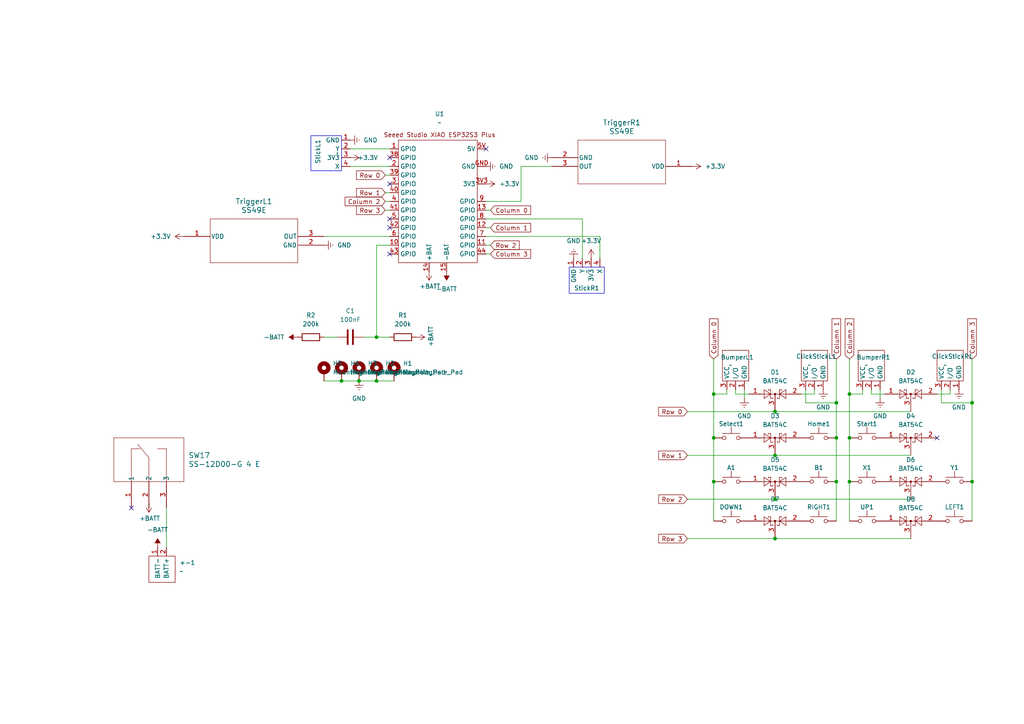
<source format=kicad_sch>
(kicad_sch (version 20250114) (generator "eeschema") (generator_version "9.0")
  (paper "A4")
  (lib_symbols
    (symbol "Device:C" (pin_numbers (hide yes)) (pin_names (offset 0.254))
      (property "Reference" "C" (at 0.635 2.54 0))
      (property "Value" "C" (at 0.635 -2.54 0))
      (symbol "C_0_1"
        (polyline (pts (xy -2.032 0.762) (xy 2.032 0.762)) (stroke (width 0.508)))
        (polyline (pts (xy -2.032 -0.762) (xy 2.032 -0.762)) (stroke (width 0.508)))
      )
      (symbol "C_1_1"
        (pin passive line (at 0 3.81 270) (length 2.794) (name "~") (number "1"))
        (pin passive line (at 0 -3.81 90) (length 2.794) (name "~") (number "2"))
      )
    )
    (symbol "Device:R" (pin_numbers (hide yes)) (pin_names (offset 0))
      (property "Reference" "R" (at 2.032 0 90))
      (property "Value" "R" (at 0 0 90))
      (symbol "R_0_1"
        (rectangle (start -1.016 -2.54) (end 1.016 2.54) (stroke (width 0.254)))
      )
      (symbol "R_1_1"
        (pin passive line (at 0 3.81 270) (length 1.27) (name "~") (number "1"))
        (pin passive line (at 0 -3.81 90) (length 1.27) (name "~") (number "2"))
      )
    )
    (symbol "Diode:BAT54C" (pin_names (offset 1.016))
      (property "Reference" "D" (at 0.635 -3.81 0))
      (property "Value" "BAT54C" (at -6.35 3.175 0))
      (symbol "BAT54C_0_1"
        (polyline (pts (xy -3.175 -1.27) (xy -3.175 1.27) (xy -1.27 0) (xy -3.175 -1.27)))
        (polyline (pts (xy -1.905 1.27) (xy -1.905 1.016)))
        (polyline (pts (xy -1.905 0) (xy 1.905 0)))
        (polyline (pts (xy -1.27 1.27) (xy -1.905 1.27)))
        (polyline (pts (xy -1.27 1.27) (xy -1.27 -1.27)))
        (polyline (pts (xy -1.27 0) (xy -3.81 0)))
        (polyline (pts (xy -1.27 -1.27) (xy -0.635 -1.27)))
        (polyline (pts (xy -0.635 -1.27) (xy -0.635 -1.016)))
        (circle (center 0 0) (radius 0.254) (fill (type outline)))
        (polyline (pts (xy 0.635 -1.27) (xy 0.635 -1.016)))
        (polyline (pts (xy 1.27 1.27) (xy 1.27 -1.27)))
        (polyline (pts (xy 1.27 1.27) (xy 1.905 1.27)))
        (polyline (pts (xy 1.27 -1.27) (xy 0.635 -1.27)))
        (polyline (pts (xy 1.905 1.27) (xy 1.905 1.016)))
        (polyline (pts (xy 3.175 -1.27) (xy 3.175 1.27) (xy 1.27 0) (xy 3.175 -1.27)))
        (polyline (pts (xy 3.81 0) (xy 1.27 0)))
      )
      (symbol "BAT54C_1_1"
        (pin passive line (at -7.62 0 0) (length 3.81) (name "~") (number "1"))
        (pin passive line (at 0 -5.08 90) (length 5.08) (name "~") (number "3"))
        (pin passive line (at 7.62 0 180) (length 3.81) (name "~") (number "2"))
      )
    )
    (symbol "Lib_controller:3DS_stick"
      (property "Reference" "S" (at 0 8.89 0))
      (symbol "3DS_stick_1_1"
        (pin output line (at -3.81 0 90) (length 2.54) (name "X") (number "4"))
        (pin output line (at -1.27 0 90) (length 2.54) (name "3V3") (number "3"))
        (pin output line (at 1.27 0 90) (length 2.54) (name "Y") (number "2"))
        (pin output line (at 3.81 0 90) (length 2.54) (name "GND") (number "1"))
      )
    )
    (symbol "Lib_controller:Battery_connection"
      (property "Reference" "U" (at 0 7.366 0))
      (symbol "Battery_connection_0_1"
        (rectangle (start -3.81 -2.54) (end 3.81 -10.16))
      )
      (symbol "Battery_connection_1_1"
        (pin power_out line (at -1.27 0 270) (length 2.54) (name "BATT-") (number "1"))
        (pin power_out line (at 1.27 0 270) (length 2.54) (name "BATT+") (number "2"))
      )
    )
    (symbol "Lib_controller:Capacitive_touch_sensor"
      (property "Reference" "SW" (at 0 1.27 0))
      (symbol "Capacitive_touch_sensor_0_1"
        (rectangle (start -3.81 3.81) (end 3.81 -5.08))
      )
      (symbol "Capacitive_touch_sensor_1_1"
        (pin power_in line (at -2.54 -7.62 90) (length 2.54) (name "VCC") (number "3"))
        (pin output line (at 0 -7.62 90) (length 2.54) (name "I/O") (number "2"))
        (pin power_in line (at 2.54 -7.62 90) (length 2.54) (name "GND") (number "1"))
      )
    )
    (symbol "Lib_controller:KAILH-MINI-SILENT-SWITCH" (pin_numbers (hide yes)) (pin_names (offset 1.016) (hide yes))
      (property "Reference" "SW" (at 1.27 2.54 0))
      (property "Value" "KAILH-MINI-SILENT-SWITCH" (at 0 -1.524 0))
      (symbol "KAILH-MINI-SILENT-SWITCH_0_1"
        (circle (center -2.032 0) (radius 0.508))
        (polyline (pts (xy 0 1.27) (xy 0 3.048)))
        (circle (center 2.032 0) (radius 0.508))
        (polyline (pts (xy 2.54 1.27) (xy -2.54 1.27)))
      )
      (symbol "KAILH-MINI-SILENT-SWITCH_1_1"
        (pin passive line (at -5.08 0 0) (length 2.54) (name "1") (number "1"))
        (pin passive line (at 5.08 0 180) (length 2.54) (name "2") (number "2"))
      )
    )
    (symbol "Lib_controller:SS-12D00-G_4_E" (pin_names (offset 0.254))
      (property "Reference" "SW" (at 15.24 12.7 0))
      (property "Value" "SS-12D00-G 4 E" (at 40.64 7.62 0))
      (symbol "SS-12D00-G_4_E_0_1"
        (polyline (pts (xy 7.62 5.08) (xy 7.62 -15.24)) (stroke (width 0.127)))
        (polyline (pts (xy 7.62 0) (xy 17.145 0)) (stroke (width 0.127)))
        (polyline (pts (xy 7.62 -5.08) (xy 14.605 -5.08)) (stroke (width 0.127)))
        (polyline (pts (xy 7.62 -10.16) (xy 17.145 -10.16)) (stroke (width 0.127)))
        (polyline (pts (xy 7.62 -15.24) (xy 20.32 -15.24)) (stroke (width 0.127)))
        (polyline (pts (xy 14.605 -5.08) (xy 18.415 -1.905)) (stroke (width 0.127)))
        (polyline (pts (xy 17.145 -2.54) (xy 17.145 0)) (stroke (width 0.127)))
        (polyline (pts (xy 17.145 -7.62) (xy 17.145 -10.16)) (stroke (width 0.127)))
        (polyline (pts (xy 20.32 5.08) (xy 7.62 5.08)) (stroke (width 0.127)))
        (polyline (pts (xy 20.32 -15.24) (xy 20.32 5.08)) (stroke (width 0.127)))
        (pin unspecified line (at 0 0 0) (length 7.62) (name "1") (number "1"))
        (pin unspecified line (at 0 -5.08 0) (length 7.62) (name "2") (number "2"))
        (pin unspecified line (at 0 -10.16 0) (length 7.62) (name "3") (number "3"))
      )
    )
    (symbol "Lib_controller:SS49E" (pin_names (offset 0.254))
      (property "Reference" "U" (at 20.32 10.16 0))
      (property "Value" "SS49E" (at 20.32 7.62 0))
      (symbol "SS49E_0_1"
        (polyline (pts (xy 7.62 5.08) (xy 7.62 -7.62)) (stroke (width 0.127)))
        (polyline (pts (xy 7.62 -7.62) (xy 33.02 -7.62)) (stroke (width 0.127)))
        (polyline (pts (xy 33.02 5.08) (xy 7.62 5.08)) (stroke (width 0.127)))
        (polyline (pts (xy 33.02 -7.62) (xy 33.02 5.08)) (stroke (width 0.127)))
      )
      (symbol "SS49E_1_1"
        (pin input line (at 0 0 0) (length 7.62) (name "VDD") (number "1"))
        (pin output line (at 40.64 0 180) (length 7.62) (name "OUT") (number "3"))
        (pin output line (at 40.64 -2.54 180) (length 7.62) (name "GND") (number "2"))
      )
    )
    (symbol "Lib_controller:Seeed_Studio_XIAO_ESP32S3_Plus"
      (property "Reference" "U" (at 0 5.842 0))
      (symbol "Seeed_Studio_XIAO_ESP32S3_Plus_0_1"
        (rectangle (start -11.43 0) (end 11.43 -35.56))
      )
      (symbol "Seeed_Studio_XIAO_ESP32S3_Plus_1_1"
        (text "Seeed Studio XIAO ESP32S3 Plus" (at 0.508 1.524 0) (effects (font (size 1.27 1.27))))
        (pin bidirectional line (at -13.97 -2.54 0) (length 2.54) (name "GPIO") (number "1"))
        (pin bidirectional line (at -13.97 -5.08 0) (length 2.54) (name "GPIO") (number "38"))
        (pin bidirectional line (at -13.97 -7.62 0) (length 2.54) (name "GPIO") (number "2"))
        (pin bidirectional line (at -13.97 -10.16 0) (length 2.54) (name "GPIO") (number "39"))
        (pin bidirectional line (at -13.97 -12.7 0) (length 2.54) (name "GPIO") (number "3"))
        (pin bidirectional line (at -13.97 -15.24 0) (length 2.54) (name "GPIO") (number "40"))
        (pin bidirectional line (at -13.97 -17.78 0) (length 2.54) (name "GPIO") (number "4"))
        (pin bidirectional line (at -13.97 -20.32 0) (length 2.54) (name "GPIO") (number "41"))
        (pin bidirectional line (at -13.97 -22.86 0) (length 2.54) (name "GPIO") (number "5"))
        (pin bidirectional line (at -13.97 -25.4 0) (length 2.54) (name "GPIO") (number "42"))
        (pin bidirectional line (at -13.97 -27.94 0) (length 2.54) (name "GPIO") (number "6"))
        (pin bidirectional line (at -13.97 -30.48 0) (length 2.54) (name "GPIO") (number "10"))
        (pin bidirectional line (at -13.97 -33.02 0) (length 2.54) (name "GPIO") (number "43"))
        (pin power_in line (at -2.54 -38.1 90) (length 2.54) (name "+BAT") (number "14"))
        (pin power_in line (at 2.54 -38.1 90) (length 2.54) (name "-BAT") (number "15"))
        (pin power_out line (at 13.97 -2.54 180) (length 2.54) (name "5V") (number "5V"))
        (pin power_out line (at 13.97 -7.62 180) (length 2.54) (name "GND") (number "GND"))
        (pin power_out line (at 13.97 -12.7 180) (length 2.54) (name "3V3") (number "3V3"))
        (pin bidirectional line (at 13.97 -17.78 180) (length 2.54) (name "GPIO") (number "9"))
        (pin bidirectional line (at 13.97 -20.32 180) (length 2.54) (name "GPIO") (number "13"))
        (pin bidirectional line (at 13.97 -22.86 180) (length 2.54) (name "GPIO") (number "8"))
        (pin bidirectional line (at 13.97 -25.4 180) (length 2.54) (name "GPIO") (number "12"))
        (pin bidirectional line (at 13.97 -27.94 180) (length 2.54) (name "GPIO") (number "7"))
        (pin bidirectional line (at 13.97 -30.48 180) (length 2.54) (name "GPIO") (number "11"))
        (pin bidirectional line (at 13.97 -33.02 180) (length 2.54) (name "GPIO") (number "44"))
      )
    )
    (symbol "Mechanical:MountingHole_Pad" (pin_numbers (hide yes)) (pin_names (offset 1.016) (hide yes)) (in_bom no)
      (property "Reference" "H" (at 0 6.35 0))
      (property "Value" "MountingHole_Pad" (at 0 4.445 0))
      (symbol "MountingHole_Pad_0_1"
        (circle (center 0 1.27) (radius 1.27) (stroke (width 1.27)))
      )
      (symbol "MountingHole_Pad_1_1"
        (pin input line (at 0 -2.54 90) (length 2.54) (name "1") (number "1"))
      )
    )
    (symbol "power:+3.3V" (power) (pin_numbers (hide yes)) (pin_names (offset 0) (hide yes))
      (property "Value" "+3.3V" (at 0 3.556 0))
      (symbol "+3.3V_0_1"
        (polyline (pts (xy -0.762 1.27) (xy 0 2.54)))
        (polyline (pts (xy 0 2.54) (xy 0.762 1.27)))
        (polyline (pts (xy 0 0) (xy 0 2.54)))
      )
      (symbol "+3.3V_1_1"
        (pin power_in line (at 0 0 90) (length 0) (name "~") (number "1"))
      )
    )
    (symbol "power:+BATT" (power) (pin_numbers (hide yes)) (pin_names (offset 0) (hide yes))
      (property "Value" "+BATT" (at 0 3.556 0))
      (symbol "+BATT_0_1"
        (polyline (pts (xy -0.762 1.27) (xy 0 2.54)))
        (polyline (pts (xy 0 2.54) (xy 0.762 1.27)))
        (polyline (pts (xy 0 0) (xy 0 2.54)))
      )
      (symbol "+BATT_1_1"
        (pin power_in line (at 0 0 90) (length 0) (name "~") (number "1"))
      )
    )
    (symbol "power:-BATT" (power) (pin_numbers (hide yes)) (pin_names (offset 0) (hide yes))
      (property "Value" "-BATT" (at 0 3.556 0))
      (symbol "-BATT_0_1"
        (polyline (pts (xy 0 0) (xy 0 2.54)))
        (polyline (pts (xy 0.762 1.27) (xy -0.762 1.27) (xy 0 2.54) (xy 0.762 1.27)) (fill (type outline)))
      )
      (symbol "-BATT_1_1"
        (pin power_in line (at 0 0 90) (length 0) (name "~") (number "1"))
      )
    )
    (symbol "power:Earth" (power) (pin_numbers (hide yes)) (pin_names (offset 0) (hide yes))
      (property "Value" "Earth" (at 0 -3.81 0))
      (symbol "Earth_0_1"
        (polyline (pts (xy -0.635 -1.905) (xy 0.635 -1.905)))
        (polyline (pts (xy -0.127 -2.54) (xy 0.127 -2.54)))
        (polyline (pts (xy 0 -1.27) (xy 0 0)))
        (polyline (pts (xy 1.27 -1.27) (xy -1.27 -1.27)))
      )
      (symbol "Earth_1_1"
        (pin power_in line (at 0 0 270) (length 0) (name "~") (number "1"))
      )
    )
  )
  (rectangle (start 90.17 39.37) (end 99.06 49.53))
  (rectangle (start 165.1 77.47) (end 175.26 85.09))
  (junction (at 207.01 127))
  (junction (at 242.57 127))
  (junction (at 224.79 119.38))
  (junction (at 242.57 139.7))
  (junction (at 246.38 139.7))
  (junction (at 104.14 110.49))
  (junction (at 224.79 144.78))
  (junction (at 242.57 116.84))
  (junction (at 281.94 116.84))
  (junction (at 246.38 114.3))
  (junction (at 224.79 132.08))
  (junction (at 281.94 139.7))
  (junction (at 109.22 110.49))
  (junction (at 246.38 127))
  (junction (at 99.06 110.49))
  (junction (at 207.01 139.7))
  (junction (at 224.79 156.21))
  (junction (at 207.01 114.3))
  (junction (at 109.22 97.79))
  (no_connect (at 113.03 66.04))
  (no_connect (at 113.03 63.5))
  (no_connect (at 140.97 43.18))
  (no_connect (at 271.78 127))
  (no_connect (at 38.1 147.32))
  (no_connect (at 113.03 53.34))
  (no_connect (at 113.03 73.66))
  (no_connect (at 113.03 45.72))
  (wire (pts (xy 199.39 119.38) (xy 224.79 119.38)))
  (wire (pts (xy 275.59 114.3) (xy 275.59 113.03)))
  (wire (pts (xy 109.22 71.12) (xy 109.22 97.79)))
  (wire (pts (xy 151.13 48.26) (xy 160.02 48.26)))
  (wire (pts (xy 224.79 156.21) (xy 264.16 156.21)))
  (wire (pts (xy 168.91 74.93) (xy 168.91 63.5)))
  (wire (pts (xy 210.82 114.3) (xy 207.01 114.3)))
  (wire (pts (xy 142.24 60.96) (xy 140.97 60.96)))
  (wire (pts (xy 199.39 144.78) (xy 224.79 144.78)))
  (wire (pts (xy 93.98 110.49) (xy 99.06 110.49)))
  (wire (pts (xy 99.06 110.49) (xy 104.14 110.49)))
  (wire (pts (xy 111.76 60.96) (xy 113.03 60.96)))
  (wire (pts (xy 224.79 144.78) (xy 264.16 144.78)))
  (wire (pts (xy 199.39 132.08) (xy 224.79 132.08)))
  (wire (pts (xy 242.57 139.7) (xy 242.57 151.13)))
  (wire (pts (xy 109.22 110.49) (xy 114.3 110.49)))
  (wire (pts (xy 142.24 73.66) (xy 140.97 73.66)))
  (wire (pts (xy 215.9 115.57) (xy 215.9 113.03)))
  (wire (pts (xy 246.38 104.14) (xy 246.38 114.3)))
  (wire (pts (xy 273.05 116.84) (xy 281.94 116.84)))
  (wire (pts (xy 101.6 43.18) (xy 113.03 43.18)))
  (wire (pts (xy 246.38 139.7) (xy 246.38 151.13)))
  (wire (pts (xy 255.27 115.57) (xy 255.27 113.03)))
  (wire (pts (xy 246.38 127) (xy 246.38 139.7)))
  (wire (pts (xy 250.19 113.03) (xy 250.19 114.3)))
  (wire (pts (xy 232.41 114.3) (xy 236.22 114.3)))
  (wire (pts (xy 210.82 113.03) (xy 210.82 114.3)))
  (wire (pts (xy 224.79 132.08) (xy 264.16 132.08)))
  (wire (pts (xy 233.68 116.84) (xy 242.57 116.84)))
  (wire (pts (xy 111.76 58.42) (xy 113.03 58.42)))
  (wire (pts (xy 252.73 113.03) (xy 252.73 114.3)))
  (wire (pts (xy 246.38 114.3) (xy 246.38 127)))
  (wire (pts (xy 217.17 114.3) (xy 213.36 114.3)))
  (wire (pts (xy 105.41 97.79) (xy 109.22 97.79)))
  (wire (pts (xy 271.78 114.3) (xy 275.59 114.3)))
  (wire (pts (xy 101.6 48.26) (xy 113.03 48.26)))
  (wire (pts (xy 224.79 119.38) (xy 264.16 119.38)))
  (wire (pts (xy 207.01 139.7) (xy 207.01 151.13)))
  (wire (pts (xy 140.97 63.5) (xy 168.91 63.5)))
  (wire (pts (xy 236.22 114.3) (xy 236.22 113.03)))
  (wire (pts (xy 281.94 139.7) (xy 281.94 151.13)))
  (wire (pts (xy 93.98 97.79) (xy 97.79 97.79)))
  (wire (pts (xy 207.01 114.3) (xy 207.01 127)))
  (wire (pts (xy 252.73 114.3) (xy 256.54 114.3)))
  (wire (pts (xy 281.94 116.84) (xy 281.94 139.7)))
  (wire (pts (xy 213.36 114.3) (xy 213.36 113.03)))
  (wire (pts (xy 140.97 68.58) (xy 173.99 68.58)))
  (wire (pts (xy 93.98 68.58) (xy 113.03 68.58)))
  (wire (pts (xy 273.05 113.03) (xy 273.05 116.84)))
  (wire (pts (xy 111.76 55.88) (xy 113.03 55.88)))
  (wire (pts (xy 111.76 50.8) (xy 113.03 50.8)))
  (wire (pts (xy 233.68 113.03) (xy 233.68 116.84)))
  (wire (pts (xy 207.01 127) (xy 207.01 139.7)))
  (wire (pts (xy 250.19 114.3) (xy 246.38 114.3)))
  (wire (pts (xy 242.57 104.14) (xy 242.57 116.84)))
  (wire (pts (xy 207.01 104.14) (xy 207.01 114.3)))
  (wire (pts (xy 142.24 71.12) (xy 140.97 71.12)))
  (wire (pts (xy 113.03 97.79) (xy 109.22 97.79)))
  (wire (pts (xy 151.13 48.26) (xy 151.13 58.42)))
  (wire (pts (xy 151.13 58.42) (xy 140.97 58.42)))
  (wire (pts (xy 173.99 68.58) (xy 173.99 74.93)))
  (wire (pts (xy 48.26 147.32) (xy 48.26 158.75)))
  (wire (pts (xy 281.94 104.14) (xy 281.94 116.84)))
  (wire (pts (xy 242.57 116.84) (xy 242.57 127)))
  (wire (pts (xy 142.24 66.04) (xy 140.97 66.04)))
  (wire (pts (xy 242.57 127) (xy 242.57 139.7)))
  (wire (pts (xy 43.18 147.32) (xy 43.18 146.05)))
  (wire (pts (xy 104.14 110.49) (xy 109.22 110.49)))
  (wire (pts (xy 199.39 156.21) (xy 224.79 156.21)))
  (wire (pts (xy 109.22 71.12) (xy 113.03 71.12)))
  (global_label "Column 0" (shape input) (at 142.24 60.96 0) (property "Intersheetrefs" "${INTERSHEET_REFS}" (effects (hide yes))))
  (global_label "Row 0" (shape input) (at 111.76 50.8 180) (property "Intersheetrefs" "${INTERSHEET_REFS}" (effects (hide yes))))
  (global_label "Row 0" (shape input) (at 199.39 119.38 180) (property "Intersheetrefs" "${INTERSHEET_REFS}" (effects (hide yes))))
  (global_label "Column 2" (shape input) (at 111.76 58.42 180) (property "Intersheetrefs" "${INTERSHEET_REFS}" (effects (hide yes))))
  (global_label "Column 2" (shape input) (at 246.38 104.14 90) (property "Intersheetrefs" "${INTERSHEET_REFS}" (effects (hide yes))))
  (global_label "Column 1" (shape input) (at 242.57 104.14 90) (property "Intersheetrefs" "${INTERSHEET_REFS}" (effects (hide yes))))
  (global_label "Row 1" (shape input) (at 111.76 55.88 180) (property "Intersheetrefs" "${INTERSHEET_REFS}" (effects (hide yes))))
  (global_label "Row 1" (shape input) (at 199.39 132.08 180) (property "Intersheetrefs" "${INTERSHEET_REFS}" (effects (hide yes))))
  (global_label "Row 2" (shape input) (at 199.39 144.78 180) (property "Intersheetrefs" "${INTERSHEET_REFS}" (effects (hide yes))))
  (global_label "Row 3" (shape input) (at 199.39 156.21 180) (property "Intersheetrefs" "${INTERSHEET_REFS}" (effects (hide yes))))
  (global_label "Row 2" (shape input) (at 142.24 71.12 0) (property "Intersheetrefs" "${INTERSHEET_REFS}" (effects (hide yes))))
  (global_label "Row 3" (shape input) (at 111.76 60.96 180) (property "Intersheetrefs" "${INTERSHEET_REFS}" (effects (hide yes))))
  (global_label "Column 3" (shape input) (at 281.94 104.14 90) (property "Intersheetrefs" "${INTERSHEET_REFS}" (effects (hide yes))))
  (global_label "Column 3" (shape input) (at 142.24 73.66 0) (property "Intersheetrefs" "${INTERSHEET_REFS}" (effects (hide yes))))
  (global_label "Column 0" (shape input) (at 207.01 104.14 90) (property "Intersheetrefs" "${INTERSHEET_REFS}" (effects (hide yes))))
  (global_label "Column 1" (shape input) (at 142.24 66.04 0) (property "Intersheetrefs" "${INTERSHEET_REFS}" (effects (hide yes))))
  (symbol (lib_id "power:Earth") (at 101.6 40.64 90) (unit 1)
    (property "Reference" "#PWR7" (effects (hide yes)))
    (property "Value" "GND" (at 105.41 40.6399 90) (effects (justify right)))
    (property "Description" "Power symbol creates a global label with name \"Earth\"" (effects (hide yes)))
  )
  (symbol (lib_id "Lib_controller:KAILH-MINI-SILENT-SWITCH") (at 237.49 127 0) (unit 1)
    (property "Reference" "Home1" (at 237.49 122.936 0))
    (property "Value" "KAILH-MINI-SILENT-SWITCH" (effects (hide yes)))
    (property "Footprint" "Lib_controller:KAILH-MINI-SILENT-SWITCH" (effects (hide yes)))
    (property "Description" "Push button switch, generic, two pins" (effects (hide yes)))
  )
  (symbol (lib_id "power:Earth") (at 104.14 110.49 0) (unit 1)
    (property "Reference" "#PWR01" (effects (hide yes)))
    (property "Value" "GND" (at 104.14 115.57 0))
    (property "Description" "Power symbol creates a global label with name \"Earth\"" (effects (hide yes)))
  )
  (symbol (lib_id "Lib_controller:SS-12D00-G_4_E") (at 38.1 147.32 90) (unit 1)
    (property "Reference" "SW17" (at 54.61 132.0799 90) (effects (font (size 1.524 1.524)) (justify right)))
    (property "Value" "SS-12D00-G 4 E" (at 54.61 134.6199 90) (effects (font (size 1.524 1.524)) (justify right)))
    (property "Footprint" "Lib_controller:1P2T_SS-12D00_CNK" (effects (hide yes)))
    (property "Datasheet" "SS-12D00-G 4 E" (effects (hide yes)))
  )
  (symbol (lib_id "Diode:BAT54C") (at 224.79 114.3 0) (unit 1)
    (property "Reference" "D1" (at 224.79 107.95 0))
    (property "Value" "BAT54C" (at 224.79 110.49 0))
    (property "Footprint" "Package_TO_SOT_SMD:SOT-23" (effects (hide yes)))
    (property "Datasheet" "http://www.diodes.com/_files/datasheets/ds11005.pdf" (effects (hide yes)))
    (property "Description" "dual schottky barrier diode, common cathode" (effects (hide yes)))
  )
  (symbol (lib_id "Lib_controller:Seeed_Studio_XIAO_ESP32S3_Plus") (at 127 40.64 0) (unit 1)
    (property "Reference" "U1" (at 127.508 33.02 0))
    (property "Value" "~" (at 127.508 35.56 0))
    (property "Footprint" "Lib_controller:Seeed Studio XIAO ESP32S3 Plus" (effects (hide yes)))
  )
  (symbol (lib_id "Lib_controller:KAILH-MINI-SILENT-SWITCH") (at 276.86 151.13 0) (unit 1)
    (property "Reference" "LEFT1" (at 276.86 147.066 0))
    (property "Value" "KAILH-MINI-SILENT-SWITCH" (effects (hide yes)))
    (property "Footprint" "Lib_controller:KAILH-MINI-SILENT-SWITCH" (effects (hide yes)))
    (property "Description" "Push button switch, generic, two pins" (effects (hide yes)))
  )
  (symbol (lib_id "Diode:BAT54C") (at 264.16 139.7 0) (unit 1)
    (property "Reference" "D6" (at 264.16 133.35 0))
    (property "Value" "BAT54C" (at 264.16 135.89 0))
    (property "Footprint" "Package_TO_SOT_SMD:SOT-23" (effects (hide yes)))
    (property "Datasheet" "http://www.diodes.com/_files/datasheets/ds11005.pdf" (effects (hide yes)))
    (property "Description" "dual schottky barrier diode, common cathode" (effects (hide yes)))
  )
  (symbol (lib_id "Mechanical:MountingHole_Pad") (at 93.98 107.95 0) (unit 1) (in_bom no)
    (property "Reference" "H5" (at 96.52 105.4099 0) (effects (justify left)))
    (property "Value" "MountingHole_Pad" (at 96.52 107.9499 0) (effects (justify left)))
    (property "Footprint" "MountingHole:MountingHole_2.7mm_M2.5_ISO14580_Pad" (effects (hide yes)))
    (property "Description" "Mounting Hole with connection" (effects (hide yes)))
  )
  (symbol (lib_id "power:Earth") (at 166.37 74.93 180) (unit 1)
    (property "Reference" "#PWR08" (effects (hide yes)))
    (property "Value" "GND" (at 166.37 69.85 0))
    (property "Description" "Power symbol creates a global label with name \"Earth\"" (effects (hide yes)))
  )
  (symbol (lib_id "Diode:BAT54C") (at 224.79 151.13 0) (unit 1)
    (property "Reference" "D7" (at 224.79 144.78 0))
    (property "Value" "BAT54C" (at 224.79 147.32 0))
    (property "Footprint" "Package_TO_SOT_SMD:SOT-23" (effects (hide yes)))
    (property "Datasheet" "http://www.diodes.com/_files/datasheets/ds11005.pdf" (effects (hide yes)))
    (property "Description" "dual schottky barrier diode, common cathode" (effects (hide yes)))
  )
  (symbol (lib_id "Diode:BAT54C") (at 264.16 127 0) (unit 1)
    (property "Reference" "D4" (at 264.16 120.65 0))
    (property "Value" "BAT54C" (at 264.16 123.19 0))
    (property "Footprint" "Package_TO_SOT_SMD:SOT-23" (effects (hide yes)))
    (property "Datasheet" "http://www.diodes.com/_files/datasheets/ds11005.pdf" (effects (hide yes)))
    (property "Description" "dual schottky barrier diode, common cathode" (effects (hide yes)))
  )
  (symbol (lib_id "Lib_controller:KAILH-MINI-SILENT-SWITCH") (at 212.09 127 0) (unit 1)
    (property "Reference" "Select1" (at 212.09 122.936 0))
    (property "Value" "KAILH-MINI-SILENT-SWITCH" (effects (hide yes)))
    (property "Footprint" "Lib_controller:KAILH-MINI-SILENT-SWITCH" (effects (hide yes)))
    (property "Description" "Push button switch, generic, two pins" (effects (hide yes)))
  )
  (symbol (lib_id "power:Earth") (at 238.76 113.03 0) (unit 1)
    (property "Reference" "#PWR06" (effects (hide yes)))
    (property "Value" "GND" (at 238.76 118.11 0))
    (property "Description" "Power symbol creates a global label with name \"Earth\"" (effects (hide yes)))
  )
  (symbol (lib_id "Lib_controller:3DS_stick") (at 101.6 44.45 90) (unit 1)
    (property "Reference" "StickL1" (at 92.202 43.942 0))
    (property "Value" "~" (at 97.79 44.45 0))
    (property "Footprint" "Connector_PinHeader_2.54mm:PinHeader_1x04_P2.54mm_Vertical" (effects (hide yes)))
  )
  (symbol (lib_id "Lib_controller:KAILH-MINI-SILENT-SWITCH") (at 276.86 139.7 0) (unit 1)
    (property "Reference" "Y1" (at 276.86 135.636 0))
    (property "Value" "KAILH-MINI-SILENT-SWITCH" (effects (hide yes)))
    (property "Footprint" "Lib_controller:KAILH-MINI-SILENT-SWITCH" (effects (hide yes)))
    (property "Description" "Push button switch, generic, two pins" (effects (hide yes)))
  )
  (symbol (lib_id "Lib_controller:SS49E") (at 200.66 48.26 180) (unit 1)
    (property "Reference" "TriggerR1" (at 180.34 35.56 0) (effects (font (size 1.524 1.524))))
    (property "Value" "SS49E" (at 180.34 38.1 0) (effects (font (size 1.524 1.524))))
    (property "Footprint" "Lib_controller:ss49e" (effects (hide yes)))
    (property "Datasheet" "SS49E" (effects (hide yes)))
  )
  (symbol (lib_id "power:Earth") (at 215.9 115.57 0) (unit 1)
    (property "Reference" "#PWR012" (effects (hide yes)))
    (property "Value" "GND" (at 215.9 120.65 0))
    (property "Description" "Power symbol creates a global label with name \"Earth\"" (effects (hide yes)))
  )
  (symbol (lib_id "Lib_controller:KAILH-MINI-SILENT-SWITCH") (at 212.09 151.13 0) (unit 1)
    (property "Reference" "DOWN1" (at 212.09 147.066 0))
    (property "Value" "KAILH-MINI-SILENT-SWITCH" (effects (hide yes)))
    (property "Footprint" "Lib_controller:KAILH-MINI-SILENT-SWITCH" (effects (hide yes)))
    (property "Description" "Push button switch, generic, two pins" (effects (hide yes)))
  )
  (symbol (lib_id "power:Earth") (at 140.97 48.26 90) (unit 1)
    (property "Reference" "#PWR018" (effects (hide yes)))
    (property "Value" "GND" (at 144.78 48.2599 90) (effects (justify right)))
    (property "Description" "Power symbol creates a global label with name \"Earth\"" (effects (hide yes)))
  )
  (symbol (lib_id "power:-BATT") (at 129.54 78.74 180) (unit 1)
    (property "Reference" "#PWR013" (effects (hide yes)))
    (property "Value" "-BATT" (at 129.54 83.82 0))
    (property "Description" "Power symbol creates a global label with name \"-BATT\"" (effects (hide yes)))
  )
  (symbol (lib_id "power:Earth") (at 255.27 115.57 0) (unit 1)
    (property "Reference" "#PWR010" (effects (hide yes)))
    (property "Value" "GND" (at 255.27 120.65 0))
    (property "Description" "Power symbol creates a global label with name \"Earth\"" (effects (hide yes)))
  )
  (symbol (lib_id "Mechanical:MountingHole_Pad") (at 109.22 107.95 0) (unit 1) (in_bom no)
    (property "Reference" "H2" (at 111.76 105.4099 0) (effects (justify left)))
    (property "Value" "MountingHole_Pad" (at 111.76 107.9499 0) (effects (justify left)))
    (property "Footprint" "MountingHole:MountingHole_2.7mm_M2.5_ISO14580_Pad" (effects (hide yes)))
    (property "Description" "Mounting Hole with connection" (effects (hide yes)))
  )
  (symbol (lib_id "Diode:BAT54C") (at 264.16 114.3 0) (unit 1)
    (property "Reference" "D2" (at 264.16 107.95 0))
    (property "Value" "BAT54C" (at 264.16 110.49 0))
    (property "Footprint" "Package_TO_SOT_SMD:SOT-23" (effects (hide yes)))
    (property "Datasheet" "http://www.diodes.com/_files/datasheets/ds11005.pdf" (effects (hide yes)))
    (property "Description" "dual schottky barrier diode, common cathode" (effects (hide yes)))
  )
  (symbol (lib_id "power:+3.3V") (at 101.6 45.72 270) (unit 1)
    (property "Reference" "#PWR021" (effects (hide yes)))
    (property "Value" "+3.3V" (at 106.68 45.72 90))
    (property "Description" "Power symbol creates a global label with name \"+3.3V\"" (effects (hide yes)))
  )
  (symbol (lib_id "Device:C") (at 101.6 97.79 270) (unit 1)
    (property "Reference" "C1" (at 101.6 90.17 90))
    (property "Value" "100nF" (at 101.6 92.71 90))
    (property "Footprint" "Capacitor_SMD:C_0805_2012Metric_Pad1.18x1.45mm_HandSolder" (effects (hide yes)))
    (property "Description" "Unpolarized capacitor" (effects (hide yes)))
  )
  (symbol (lib_id "power:Earth") (at 160.02 45.72 270) (unit 1)
    (property "Reference" "#PWR016" (effects (hide yes)))
    (property "Value" "GND" (at 156.21 45.7199 90) (effects (justify right)))
    (property "Description" "Power symbol creates a global label with name \"Earth\"" (effects (hide yes)))
  )
  (symbol (lib_id "Mechanical:MountingHole_Pad") (at 99.06 107.95 0) (unit 1) (in_bom no)
    (property "Reference" "H4" (at 101.6 105.4099 0) (effects (justify left)))
    (property "Value" "MountingHole_Pad" (at 101.6 107.9499 0) (effects (justify left)))
    (property "Footprint" "MountingHole:MountingHole_2.7mm_M2.5_ISO14580_Pad" (effects (hide yes)))
    (property "Description" "Mounting Hole with connection" (effects (hide yes)))
  )
  (symbol (lib_id "Lib_controller:Battery_connection") (at 46.99 158.75 0) (unit 1)
    (property "Reference" "+-1" (at 52.07 163.1949 0) (effects (justify left)))
    (property "Value" "~" (at 52.07 165.7349 0) (effects (justify left)))
    (property "Footprint" "Lib_controller:Battery_connection" (effects (hide yes)))
  )
  (symbol (lib_id "Lib_controller:KAILH-MINI-SILENT-SWITCH") (at 251.46 151.13 0) (unit 1)
    (property "Reference" "UP1" (at 251.46 147.066 0))
    (property "Value" "KAILH-MINI-SILENT-SWITCH" (effects (hide yes)))
    (property "Footprint" "Lib_controller:KAILH-MINI-SILENT-SWITCH" (effects (hide yes)))
    (property "Description" "Push button switch, generic, two pins" (effects (hide yes)))
  )
  (symbol (lib_id "Lib_controller:Capacitive_touch_sensor") (at 213.36 105.41 0) (unit 1)
    (property "Reference" "BumperL1" (at 209.042 103.632 0) (effects (justify left)))
    (property "Value" "~" (at 211.328 105.918 0) (effects (justify left)))
    (property "Footprint" "Lib_controller:PinHeader_1x03_P2.54mm_Vertical" (effects (hide yes)))
  )
  (symbol (lib_id "power:+3.3V") (at 171.45 74.93 0) (unit 1)
    (property "Reference" "#PWR09" (effects (hide yes)))
    (property "Value" "+3.3V" (at 171.45 69.85 0))
    (property "Description" "Power symbol creates a global label with name \"+3.3V\"" (effects (hide yes)))
  )
  (symbol (lib_id "power:+BATT") (at 120.65 97.79 270) (unit 1)
    (property "Reference" "#PWR04" (effects (hide yes)))
    (property "Value" "+BATT" (at 124.968 100.584 0) (effects (justify right)))
    (property "Description" "Power symbol creates a global label with name \"+BATT\"" (effects (hide yes)))
  )
  (symbol (lib_id "power:+BATT") (at 43.18 146.05 180) (unit 1)
    (property "Reference" "#PWR032" (effects (hide yes)))
    (property "Value" "+BATT" (at 40.386 150.368 0) (effects (justify right)))
    (property "Description" "Power symbol creates a global label with name \"+BATT\"" (effects (hide yes)))
  )
  (symbol (lib_id "Mechanical:MountingHole_Pad") (at 114.3 107.95 0) (unit 1) (in_bom no)
    (property "Reference" "H1" (at 116.84 105.4099 0) (effects (justify left)))
    (property "Value" "MountingHole_Pad" (at 116.84 107.9499 0) (effects (justify left)))
    (property "Footprint" "MountingHole:MountingHole_2.7mm_M2.5_ISO14580_Pad" (effects (hide yes)))
    (property "Description" "Mounting Hole with connection" (effects (hide yes)))
  )
  (symbol (lib_id "Lib_controller:KAILH-MINI-SILENT-SWITCH") (at 237.49 151.13 0) (unit 1)
    (property "Reference" "RIGHT1" (at 237.49 147.066 0))
    (property "Value" "KAILH-MINI-SILENT-SWITCH" (effects (hide yes)))
    (property "Footprint" "Lib_controller:KAILH-MINI-SILENT-SWITCH" (effects (hide yes)))
    (property "Description" "Push button switch, generic, two pins" (effects (hide yes)))
  )
  (symbol (lib_id "Lib_controller:KAILH-MINI-SILENT-SWITCH") (at 251.46 139.7 0) (unit 1)
    (property "Reference" "X1" (at 251.46 135.636 0))
    (property "Value" "KAILH-MINI-SILENT-SWITCH" (effects (hide yes)))
    (property "Footprint" "Lib_controller:KAILH-MINI-SILENT-SWITCH" (effects (hide yes)))
    (property "Description" "Push button switch, generic, two pins" (effects (hide yes)))
  )
  (symbol (lib_id "Lib_controller:3DS_stick") (at 170.18 74.93 180) (unit 1)
    (property "Reference" "StickR1" (at 170.18 83.566 0))
    (property "Value" "~" (at 170.18 78.74 90))
    (property "Footprint" "Connector_PinHeader_2.54mm:PinHeader_1x04_P2.54mm_Vertical" (effects (hide yes)))
  )
  (symbol (lib_id "Device:R") (at 90.17 97.79 90) (unit 1)
    (property "Reference" "R2" (at 90.17 91.44 90))
    (property "Value" "200k" (at 90.17 93.98 90))
    (property "Footprint" "Resistor_SMD:R_0805_2012Metric_Pad1.20x1.40mm_HandSolder" (effects (hide yes)))
    (property "Description" "Resistor" (effects (hide yes)))
  )
  (symbol (lib_id "Lib_controller:Capacitive_touch_sensor") (at 236.22 105.41 0) (unit 1)
    (property "Reference" "ClickStickL1" (at 230.886 103.378 0) (effects (justify left)))
    (property "Value" "~" (at 234.188 105.918 0) (effects (justify left)))
    (property "Footprint" "Lib_controller:PinHeader_1x03_P2.54mm_Vertical" (effects (hide yes)))
  )
  (symbol (lib_id "Lib_controller:Capacitive_touch_sensor") (at 252.73 105.41 0) (unit 1)
    (property "Reference" "BumperR1" (at 248.412 103.632 0) (effects (justify left)))
    (property "Value" "~" (at 250.698 105.918 0) (effects (justify left)))
    (property "Footprint" "Lib_controller:PinHeader_1x03_P2.54mm_Vertical" (effects (hide yes)))
  )
  (symbol (lib_id "power:Earth") (at 93.98 71.12 90) (unit 1)
    (property "Reference" "#PWR015" (effects (hide yes)))
    (property "Value" "GND" (at 97.79 71.1199 90) (effects (justify right)))
    (property "Description" "Power symbol creates a global label with name \"Earth\"" (effects (hide yes)))
  )
  (symbol (lib_id "Lib_controller:KAILH-MINI-SILENT-SWITCH") (at 212.09 139.7 0) (unit 1)
    (property "Reference" "A1" (at 212.09 135.636 0))
    (property "Value" "KAILH-MINI-SILENT-SWITCH" (effects (hide yes)))
    (property "Footprint" "Lib_controller:KAILH-MINI-SILENT-SWITCH" (effects (hide yes)))
    (property "Description" "Push button switch, generic, two pins" (effects (hide yes)))
  )
  (symbol (lib_id "Diode:BAT54C") (at 224.79 127 0) (unit 1)
    (property "Reference" "D3" (at 224.79 120.65 0))
    (property "Value" "BAT54C" (at 224.79 123.19 0))
    (property "Footprint" "Package_TO_SOT_SMD:SOT-23" (effects (hide yes)))
    (property "Datasheet" "http://www.diodes.com/_files/datasheets/ds11005.pdf" (effects (hide yes)))
    (property "Description" "dual schottky barrier diode, common cathode" (effects (hide yes)))
  )
  (symbol (lib_id "Lib_controller:SS49E") (at 53.34 68.58 0) (unit 1)
    (property "Reference" "TriggerL1" (at 73.66 58.42 0) (effects (font (size 1.524 1.524))))
    (property "Value" "SS49E" (at 73.66 60.96 0) (effects (font (size 1.524 1.524))))
    (property "Footprint" "Lib_controller:ss49e" (effects (hide yes)))
    (property "Datasheet" "SS49E" (effects (hide yes)))
  )
  (symbol (lib_id "power:-BATT") (at 45.72 158.75 0) (unit 1)
    (property "Reference" "#PWR02" (effects (hide yes)))
    (property "Value" "-BATT" (at 45.72 153.67 0))
    (property "Description" "Power symbol creates a global label with name \"-BATT\"" (effects (hide yes)))
  )
  (symbol (lib_id "Diode:BAT54C") (at 264.16 151.13 0) (unit 1)
    (property "Reference" "D8" (at 264.16 144.78 0))
    (property "Value" "BAT54C" (at 264.16 147.32 0))
    (property "Footprint" "Package_TO_SOT_SMD:SOT-23" (effects (hide yes)))
    (property "Datasheet" "http://www.diodes.com/_files/datasheets/ds11005.pdf" (effects (hide yes)))
    (property "Description" "dual schottky barrier diode, common cathode" (effects (hide yes)))
  )
  (symbol (lib_id "Lib_controller:KAILH-MINI-SILENT-SWITCH") (at 237.49 139.7 0) (unit 1)
    (property "Reference" "B1" (at 237.49 135.636 0))
    (property "Value" "KAILH-MINI-SILENT-SWITCH" (effects (hide yes)))
    (property "Footprint" "Lib_controller:KAILH-MINI-SILENT-SWITCH" (effects (hide yes)))
    (property "Description" "Push button switch, generic, two pins" (effects (hide yes)))
  )
  (symbol (lib_id "power:+3.3V") (at 200.66 48.26 270) (unit 1)
    (property "Reference" "#PWR024" (effects (hide yes)))
    (property "Value" "+3.3V" (at 204.47 48.2599 90) (effects (justify left)))
    (property "Description" "Power symbol creates a global label with name \"+3.3V\"" (effects (hide yes)))
  )
  (symbol (lib_id "power:+3.3V") (at 53.34 68.58 90) (unit 1)
    (property "Reference" "#PWR023" (effects (hide yes)))
    (property "Value" "+3.3V" (at 49.53 68.5799 90) (effects (justify left)))
    (property "Description" "Power symbol creates a global label with name \"+3.3V\"" (effects (hide yes)))
  )
  (symbol (lib_id "Diode:BAT54C") (at 224.79 139.7 0) (unit 1)
    (property "Reference" "D5" (at 224.79 133.35 0))
    (property "Value" "BAT54C" (at 224.79 135.89 0))
    (property "Footprint" "Package_TO_SOT_SMD:SOT-23" (effects (hide yes)))
    (property "Datasheet" "http://www.diodes.com/_files/datasheets/ds11005.pdf" (effects (hide yes)))
    (property "Description" "dual schottky barrier diode, common cathode" (effects (hide yes)))
  )
  (symbol (lib_id "Lib_controller:Capacitive_touch_sensor") (at 275.59 105.41 0) (unit 1)
    (property "Reference" "ClickStickR1" (at 270.256 103.378 0) (effects (justify left)))
    (property "Value" "~" (at 273.558 105.918 0) (effects (justify left)))
    (property "Footprint" "Lib_controller:PinHeader_1x03_P2.54mm_Vertical" (effects (hide yes)))
  )
  (symbol (lib_id "Lib_controller:KAILH-MINI-SILENT-SWITCH") (at 251.46 127 0) (unit 1)
    (property "Reference" "Start1" (at 251.46 122.936 0))
    (property "Value" "KAILH-MINI-SILENT-SWITCH" (effects (hide yes)))
    (property "Footprint" "Lib_controller:KAILH-MINI-SILENT-SWITCH" (effects (hide yes)))
    (property "Description" "Push button switch, generic, two pins" (effects (hide yes)))
  )
  (symbol (lib_id "Device:R") (at 116.84 97.79 90) (unit 1)
    (property "Reference" "R1" (at 116.84 91.44 90))
    (property "Value" "200k" (at 116.84 93.98 90))
    (property "Footprint" "Resistor_SMD:R_0805_2012Metric_Pad1.20x1.40mm_HandSolder" (effects (hide yes)))
    (property "Description" "Resistor" (effects (hide yes)))
  )
  (symbol (lib_id "power:Earth") (at 278.13 113.03 0) (unit 1)
    (property "Reference" "#PWR011" (effects (hide yes)))
    (property "Value" "GND" (at 278.13 118.11 0))
    (property "Description" "Power symbol creates a global label with name \"Earth\"" (effects (hide yes)))
  )
  (symbol (lib_id "power:+3.3V") (at 140.97 53.34 270) (unit 1)
    (property "Reference" "#PWR025" (effects (hide yes)))
    (property "Value" "+3.3V" (at 144.78 53.3399 90) (effects (justify left)))
    (property "Description" "Power symbol creates a global label with name \"+3.3V\"" (effects (hide yes)))
  )
  (symbol (lib_id "power:-BATT") (at 86.36 97.79 90) (unit 1)
    (property "Reference" "#PWR05" (effects (hide yes)))
    (property "Value" "-BATT" (at 82.55 97.7899 90) (effects (justify left)))
    (property "Description" "Power symbol creates a global label with name \"-BAT\"" (effects (hide yes)))
  )
  (symbol (lib_id "Mechanical:MountingHole_Pad") (at 104.14 107.95 0) (unit 1) (in_bom no)
    (property "Reference" "H3" (at 106.68 105.4099 0) (effects (justify left)))
    (property "Value" "MountingHole_Pad" (at 106.68 107.9499 0) (effects (justify left)))
    (property "Footprint" "MountingHole:MountingHole_2.7mm_M2.5_ISO14580_Pad" (effects (hide yes)))
    (property "Description" "Mounting Hole with connection" (effects (hide yes)))
  )
  (symbol (lib_id "power:+BATT") (at 124.46 78.74 180) (unit 1)
    (property "Reference" "#PWR03" (effects (hide yes)))
    (property "Value" "+BATT" (at 121.666 83.058 0) (effects (justify right)))
    (property "Description" "Power symbol creates a global label with name \"+BATT\"" (effects (hide yes)))
  )
)
</source>
